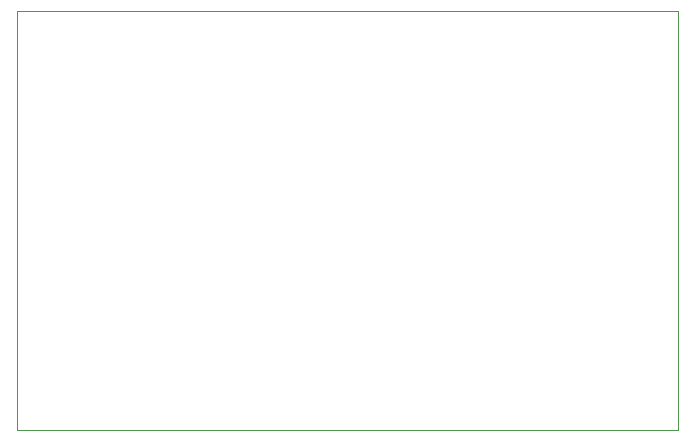
<source format=gbr>
%TF.GenerationSoftware,KiCad,Pcbnew,9.0.6*%
%TF.CreationDate,2025-12-13T17:25:46+11:00*%
%TF.ProjectId,esp32,65737033-322e-46b6-9963-61645f706362,rev?*%
%TF.SameCoordinates,Original*%
%TF.FileFunction,Profile,NP*%
%FSLAX46Y46*%
G04 Gerber Fmt 4.6, Leading zero omitted, Abs format (unit mm)*
G04 Created by KiCad (PCBNEW 9.0.6) date 2025-12-13 17:25:46*
%MOMM*%
%LPD*%
G01*
G04 APERTURE LIST*
%TA.AperFunction,Profile*%
%ADD10C,0.050000*%
%TD*%
G04 APERTURE END LIST*
D10*
X72500000Y-24500000D02*
X128500000Y-24500000D01*
X128500000Y-60000000D01*
X72500000Y-60000000D01*
X72500000Y-24500000D01*
M02*

</source>
